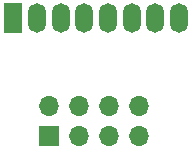
<source format=gbr>
%TF.GenerationSoftware,KiCad,Pcbnew,9.0.0*%
%TF.CreationDate,2025-03-11T10:13:58-07:00*%
%TF.ProjectId,360LPNeckWithPinHeaders,3336304c-504e-4656-936b-576974685069,rev?*%
%TF.SameCoordinates,Original*%
%TF.FileFunction,Soldermask,Top*%
%TF.FilePolarity,Negative*%
%FSLAX46Y46*%
G04 Gerber Fmt 4.6, Leading zero omitted, Abs format (unit mm)*
G04 Created by KiCad (PCBNEW 9.0.0) date 2025-03-11 10:13:58*
%MOMM*%
%LPD*%
G01*
G04 APERTURE LIST*
%ADD10R,1.700000X1.700000*%
%ADD11O,1.700000X1.700000*%
%ADD12R,1.500000X2.500000*%
%ADD13O,1.500000X2.500000*%
G04 APERTURE END LIST*
D10*
%TO.C,J2*%
X22000000Y-25540000D03*
D11*
X22000000Y-23000000D03*
X24540000Y-25540000D03*
X24540000Y-23000000D03*
X27080000Y-25540000D03*
X27080000Y-23000000D03*
X29620000Y-25540000D03*
X29620000Y-23000000D03*
%TD*%
D12*
%TO.C,J1*%
X19000000Y-15500000D03*
D13*
X21000000Y-15500000D03*
X23000000Y-15500000D03*
X25000000Y-15500000D03*
X27000000Y-15500000D03*
X29000000Y-15500000D03*
X31000000Y-15500000D03*
X33000000Y-15500000D03*
%TD*%
M02*

</source>
